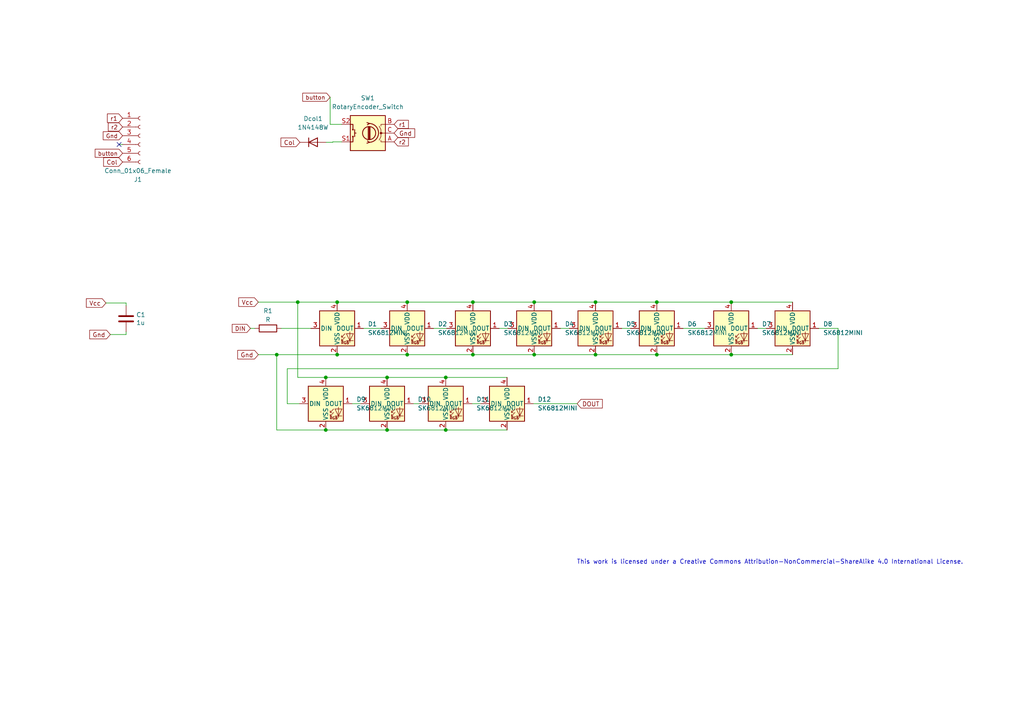
<source format=kicad_sch>
(kicad_sch (version 20230121) (generator eeschema)
  (paper "A4")
  (title_block (title "Charybdis Rotary Encoder") (date "2022-01-26") (rev "1.0") (company "BastardKB") (comment 1 "Licensed under CERN-OHL-W v2"))
  (lib_symbols
    (symbol "Connector:Conn_01x06_Female" (pin_names (offset 1.016) hide)
      (property "Reference" "J" (at 0 7.62 0))
      (property "Value" "Conn_01x06_Female" (at 0 -10.16 0))
      (symbol "Conn_01x06_Female_1_1"
        (arc (start 0 -7.112) (mid -0.5058 -7.62) (end 0 -8.128) (stroke (width 0.1524)))
        (arc (start 0 -4.572) (mid -0.5058 -5.08) (end 0 -5.588) (stroke (width 0.1524)))
        (arc (start 0 -2.032) (mid -0.5058 -2.54) (end 0 -3.048) (stroke (width 0.1524)))
        (polyline (pts (xy -1.27 -7.62) (xy -0.508 -7.62)) (stroke (width 0.1524)))
        (polyline (pts (xy -1.27 -5.08) (xy -0.508 -5.08)) (stroke (width 0.1524)))
        (polyline (pts (xy -1.27 -2.54) (xy -0.508 -2.54)) (stroke (width 0.1524)))
        (polyline (pts (xy -1.27 0) (xy -0.508 0)) (stroke (width 0.1524)))
        (polyline (pts (xy -1.27 2.54) (xy -0.508 2.54)) (stroke (width 0.1524)))
        (polyline (pts (xy -1.27 5.08) (xy -0.508 5.08)) (stroke (width 0.1524)))
        (arc (start 0 0.508) (mid -0.5058 0) (end 0 -0.508) (stroke (width 0.1524)))
        (arc (start 0 3.048) (mid -0.5058 2.54) (end 0 2.032) (stroke (width 0.1524)))
        (arc (start 0 5.588) (mid -0.5058 5.08) (end 0 4.572) (stroke (width 0.1524)))
        (pin passive line (at -5.08 5.08 0) (length 3.81) (name "Pin_1") (number "1"))
        (pin passive line (at -5.08 2.54 0) (length 3.81) (name "Pin_2") (number "2"))
        (pin passive line (at -5.08 0 0) (length 3.81) (name "Pin_3") (number "3"))
        (pin passive line (at -5.08 -2.54 0) (length 3.81) (name "Pin_4") (number "4"))
        (pin passive line (at -5.08 -5.08 0) (length 3.81) (name "Pin_5") (number "5"))
        (pin passive line (at -5.08 -7.62 0) (length 3.81) (name "Pin_6") (number "6"))
      )
    )
    (symbol "Device:C" (pin_numbers hide) (pin_names (offset 0.254))
      (property "Reference" "C" (at 0.635 2.54 0))
      (property "Value" "C" (at 0.635 -2.54 0))
      (symbol "C_0_1"
        (polyline (pts (xy -2.032 -0.762) (xy 2.032 -0.762)) (stroke (width 0.508)))
        (polyline (pts (xy -2.032 0.762) (xy 2.032 0.762)) (stroke (width 0.508)))
      )
      (symbol "C_1_1"
        (pin passive line (at 0 3.81 270) (length 2.794) (name "~") (number "1"))
        (pin passive line (at 0 -3.81 90) (length 2.794) (name "~") (number "2"))
      )
    )
    (symbol "Device:R" (pin_numbers hide) (pin_names (offset 0))
      (property "Reference" "R" (at 2.032 0 90))
      (property "Value" "R" (at 0 0 90))
      (symbol "R_0_1"
        (rectangle (start -1.016 -2.54) (end 1.016 2.54) (stroke (width 0.254)))
      )
      (symbol "R_1_1"
        (pin passive line (at 0 3.81 270) (length 1.27) (name "~") (number "1"))
        (pin passive line (at 0 -3.81 90) (length 1.27) (name "~") (number "2"))
      )
    )
    (symbol "Device:RotaryEncoder_Switch" (pin_names (offset 0.254) hide)
      (property "Reference" "SW" (at 0 6.604 0))
      (property "Value" "RotaryEncoder_Switch" (at 0 -6.604 0))
      (symbol "RotaryEncoder_Switch_0_1"
        (rectangle (start -5.08 5.08) (end 5.08 -5.08) (stroke (width 0.254)) (fill (type background)))
        (circle (center -3.81 0) (radius 0.254) (fill (type outline)))
        (circle (center -0.381 0) (radius 1.905) (stroke (width 0.254)))
        (arc (start -0.381 2.667) (mid -3.0988 -0.0635) (end -0.381 -2.794) (stroke (width 0.254)))
        (polyline (pts (xy -0.635 -1.778) (xy -0.635 1.778)) (stroke (width 0.254)))
        (polyline (pts (xy -0.381 -1.778) (xy -0.381 1.778)) (stroke (width 0.254)))
        (polyline (pts (xy -0.127 1.778) (xy -0.127 -1.778)) (stroke (width 0.254)))
        (polyline (pts (xy 3.81 0) (xy 3.429 0)) (stroke (width 0.254)))
        (polyline (pts (xy 3.81 1.016) (xy 3.81 -1.016)) (stroke (width 0.254)))
        (polyline (pts (xy -5.08 -2.54) (xy -3.81 -2.54) (xy -3.81 -2.032)))
        (polyline (pts (xy -5.08 2.54) (xy -3.81 2.54) (xy -3.81 2.032)))
        (polyline (pts (xy 0.254 -3.048) (xy -0.508 -2.794) (xy 0.127 -2.413)) (stroke (width 0.254)))
        (polyline (pts (xy 0.254 2.921) (xy -0.508 2.667) (xy 0.127 2.286)) (stroke (width 0.254)))
        (polyline (pts (xy 5.08 -2.54) (xy 4.318 -2.54) (xy 4.318 -1.016)) (stroke (width 0.254)))
        (polyline (pts (xy 5.08 2.54) (xy 4.318 2.54) (xy 4.318 1.016)) (stroke (width 0.254)))
        (polyline (pts (xy -5.08 0) (xy -3.81 0) (xy -3.81 -1.016) (xy -3.302 -2.032)))
        (polyline (pts (xy -4.318 0) (xy -3.81 0) (xy -3.81 1.016) (xy -3.302 2.032)))
        (circle (center 4.318 -1.016) (radius 0.127) (stroke (width 0.254)))
        (circle (center 4.318 1.016) (radius 0.127) (stroke (width 0.254)))
      )
      (symbol "RotaryEncoder_Switch_1_1"
        (pin passive line (at -7.62 2.54 0) (length 2.54) (name "A") (number "A"))
        (pin passive line (at -7.62 -2.54 0) (length 2.54) (name "B") (number "B"))
        (pin passive line (at -7.62 0 0) (length 2.54) (name "C") (number "C"))
        (pin passive line (at 7.62 2.54 180) (length 2.54) (name "S1") (number "S1"))
        (pin passive line (at 7.62 -2.54 180) (length 2.54) (name "S2") (number "S2"))
      )
    )
    (symbol "Diode:1N4148W" (pin_numbers hide) (pin_names (offset 1.016) hide)
      (property "Reference" "D" (at 0 2.54 0))
      (property "Value" "1N4148W" (at 0 -2.54 0))
      (symbol "1N4148W_0_1"
        (polyline (pts (xy -1.27 1.27) (xy -1.27 -1.27)) (stroke (width 0.254)))
        (polyline (pts (xy 1.27 0) (xy -1.27 0)))
        (polyline (pts (xy 1.27 1.27) (xy 1.27 -1.27) (xy -1.27 0) (xy 1.27 1.27)) (stroke (width 0.254)))
      )
      (symbol "1N4148W_1_1"
        (pin passive line (at -3.81 0 0) (length 2.54) (name "K") (number "1"))
        (pin passive line (at 3.81 0 180) (length 2.54) (name "A") (number "2"))
      )
    )
    (symbol "LED:SK6812MINI" (pin_names (offset 0.254))
      (property "Reference" "D" (at 5.08 5.715 0))
      (property "Value" "SK6812MINI" (at 1.27 -5.715 0))
      (symbol "SK6812MINI_0_0"
        (text "RGB" (at 2.286 -4.191 0) (effects (font (size 0.762 0.762))))
      )
      (symbol "SK6812MINI_0_1"
        (polyline (pts (xy 1.27 -3.556) (xy 1.778 -3.556)))
        (polyline (pts (xy 1.27 -2.54) (xy 1.778 -2.54)))
        (polyline (pts (xy 4.699 -3.556) (xy 2.667 -3.556)))
        (polyline (pts (xy 2.286 -2.54) (xy 1.27 -3.556) (xy 1.27 -3.048)))
        (polyline (pts (xy 2.286 -1.524) (xy 1.27 -2.54) (xy 1.27 -2.032)))
        (polyline (pts (xy 3.683 -1.016) (xy 3.683 -3.556) (xy 3.683 -4.064)))
        (polyline (pts (xy 4.699 -1.524) (xy 2.667 -1.524) (xy 3.683 -3.556) (xy 4.699 -1.524)))
        (rectangle (start 5.08 5.08) (end -5.08 -5.08) (stroke (width 0.254)) (fill (type background)))
      )
      (symbol "SK6812MINI_1_1"
        (pin output line (at 7.62 0 180) (length 2.54) (name "DOUT") (number "1"))
        (pin power_in line (at 0 -7.62 90) (length 2.54) (name "VSS") (number "2"))
        (pin input line (at -7.62 0 0) (length 2.54) (name "DIN") (number "3"))
        (pin power_in line (at 0 7.62 270) (length 2.54) (name "VDD") (number "4"))
      )
    )
  )
  (junction (at 97.79 102.87))
  (junction (at 172.72 102.87))
  (junction (at 129.286 109.474))
  (junction (at 129.286 124.714))
  (junction (at 80.264 102.87))
  (junction (at 112.268 124.714))
  (junction (at 212.09 87.63))
  (junction (at 154.94 102.87))
  (junction (at 137.16 87.63))
  (junction (at 154.94 87.63))
  (junction (at 112.268 109.474))
  (junction (at 190.5 102.87))
  (junction (at 86.36 87.63))
  (junction (at 190.5 87.63))
  (junction (at 118.11 87.63))
  (junction (at 94.488 109.474))
  (junction (at 137.16 102.87))
  (junction (at 97.79 87.63))
  (junction (at 172.72 87.63))
  (junction (at 212.09 102.87))
  (junction (at 94.488 124.714))
  (junction (at 118.11 102.87))
  (no_connect (at 34.544 41.91))
  (wire (pts (xy 162.56 95.25) (xy 165.1 95.25)))
  (wire (pts (xy 34.544 41.91) (xy 35.56 41.91)))
  (wire (pts (xy 74.93 87.63) (xy 86.36 87.63)))
  (wire (pts (xy 144.78 95.25) (xy 147.32 95.25)))
  (wire (pts (xy 86.36 87.63) (xy 97.79 87.63)))
  (wire (pts (xy 118.11 87.63) (xy 137.16 87.63)))
  (wire (pts (xy 105.41 95.25) (xy 110.49 95.25)))
  (wire (pts (xy 212.09 87.63) (xy 229.87 87.63)))
  (wire (pts (xy 94.615 41.275) (xy 96.52 41.275)))
  (wire (pts (xy 154.94 102.87) (xy 172.72 102.87)))
  (wire (pts (xy 190.5 87.63) (xy 212.09 87.63)))
  (wire (pts (xy 86.868 117.094) (xy 83.312 117.094)))
  (wire (pts (xy 36.576 97.028) (xy 32.004 97.028)))
  (wire (pts (xy 198.12 95.25) (xy 204.47 95.25)))
  (wire (pts (xy 112.268 124.714) (xy 129.286 124.714)))
  (wire (pts (xy 129.286 109.474) (xy 147.066 109.474)))
  (wire (pts (xy 137.16 102.87) (xy 154.94 102.87)))
  (wire (pts (xy 243.078 95.25) (xy 237.49 95.25)))
  (wire (pts (xy 36.576 87.884) (xy 36.576 88.646)))
  (wire (pts (xy 94.488 124.714) (xy 112.268 124.714)))
  (wire (pts (xy 83.312 106.934) (xy 243.078 106.934)))
  (wire (pts (xy 80.264 124.714) (xy 94.488 124.714)))
  (wire (pts (xy 119.888 117.094) (xy 121.666 117.094)))
  (wire (pts (xy 81.534 95.25) (xy 90.17 95.25)))
  (wire (pts (xy 180.34 95.25) (xy 182.88 95.25)))
  (wire (pts (xy 219.71 95.25) (xy 222.25 95.25)))
  (wire (pts (xy 118.11 102.87) (xy 137.16 102.87)))
  (wire (pts (xy 154.686 117.094) (xy 167.386 117.094)))
  (wire (pts (xy 80.264 102.87) (xy 97.79 102.87)))
  (wire (pts (xy 136.906 117.094) (xy 139.446 117.094)))
  (wire (pts (xy 154.94 87.63) (xy 172.72 87.63)))
  (wire (pts (xy 86.36 87.63) (xy 86.36 109.474)))
  (wire (pts (xy 129.286 124.714) (xy 147.066 124.714)))
  (wire (pts (xy 72.644 95.25) (xy 73.914 95.25)))
  (wire (pts (xy 74.93 102.87) (xy 80.264 102.87)))
  (wire (pts (xy 137.16 87.63) (xy 154.94 87.63)))
  (wire (pts (xy 99.06 36.068) (xy 95.758 36.068)))
  (wire (pts (xy 96.52 41.148) (xy 99.06 41.148)))
  (wire (pts (xy 172.72 87.63) (xy 190.5 87.63)))
  (wire (pts (xy 97.79 102.87) (xy 118.11 102.87)))
  (wire (pts (xy 86.36 109.474) (xy 94.488 109.474)))
  (wire (pts (xy 96.52 41.275) (xy 96.52 41.148)))
  (wire (pts (xy 112.268 109.474) (xy 129.286 109.474)))
  (wire (pts (xy 172.72 102.87) (xy 190.5 102.87)))
  (wire (pts (xy 190.5 102.87) (xy 212.09 102.87)))
  (wire (pts (xy 97.79 87.63) (xy 118.11 87.63)))
  (wire (pts (xy 95.758 36.068) (xy 95.758 28.194)))
  (wire (pts (xy 30.734 87.884) (xy 36.576 87.884)))
  (wire (pts (xy 212.09 102.87) (xy 229.87 102.87)))
  (wire (pts (xy 80.264 102.87) (xy 80.264 124.714)))
  (wire (pts (xy 83.312 117.094) (xy 83.312 106.934)))
  (wire (pts (xy 94.488 109.474) (xy 112.268 109.474)))
  (wire (pts (xy 102.108 117.094) (xy 104.648 117.094)))
  (wire (pts (xy 125.73 95.25) (xy 129.54 95.25)))
  (wire (pts (xy 36.576 96.266) (xy 36.576 97.028)))
  (wire (pts (xy 243.078 106.934) (xy 243.078 95.25)))
  (text "This work is licensed under a Creative Commons Attribution-NonCommercial-ShareAlike 4.0 International License." (at 279.4 163.83 0) (effects (font (size 1.27 1.27)) (justify right bottom)))
  (global_label "r2" (shape input) (at 35.56 36.83 180) (effects (font (size 1.1938 1.1938))) (property "Intersheetrefs" "${INTERSHEET_REFS}" (effects hide)))
  (global_label "DOUT" (shape input) (at 167.386 117.094 0) (property "Intersheetrefs" "${INTERSHEET_REFS}" (effects hide)))
  (global_label "Gnd" (shape input) (at 35.56 39.37 180) (effects (font (size 1.1938 1.1938))) (property "Intersheetrefs" "${INTERSHEET_REFS}" (effects hide)))
  (global_label "Col" (shape input) (at 86.995 41.275 180) (property "Intersheetrefs" "${INTERSHEET_REFS}" (effects hide)))
  (global_label "button" (shape input) (at 95.758 28.194 180) (effects (font (size 1.1938 1.1938))) (property "Intersheetrefs" "${INTERSHEET_REFS}" (effects hide)))
  (global_label "Gnd" (shape input) (at 74.93 102.87 180) (property "Intersheetrefs" "${INTERSHEET_REFS}" (effects hide)))
  (global_label "Gnd" (shape input) (at 32.004 97.028 180) (property "Intersheetrefs" "${INTERSHEET_REFS}" (effects hide)))
  (global_label "Col" (shape input) (at 35.56 46.99 180) (property "Intersheetrefs" "${INTERSHEET_REFS}" (effects hide)))
  (global_label "DIN" (shape input) (at 72.644 95.25 180) (effects (font (size 1.1938 1.1938))) (property "Intersheetrefs" "${INTERSHEET_REFS}" (effects hide)))
  (global_label "r2" (shape input) (at 114.3 41.148 0) (effects (font (size 1.1938 1.1938))) (property "Intersheetrefs" "${INTERSHEET_REFS}" (effects hide)))
  (global_label "r1" (shape input) (at 114.3 36.068 0) (effects (font (size 1.1938 1.1938))) (property "Intersheetrefs" "${INTERSHEET_REFS}" (effects hide)))
  (global_label "button" (shape input) (at 35.56 44.45 180) (effects (font (size 1.1938 1.1938))) (property "Intersheetrefs" "${INTERSHEET_REFS}" (effects hide)))
  (global_label "r1" (shape input) (at 35.56 34.29 180) (property "Intersheetrefs" "${INTERSHEET_REFS}" (effects hide)))
  (global_label "Vcc" (shape input) (at 30.734 87.884 180) (property "Intersheetrefs" "${INTERSHEET_REFS}" (effects hide)))
  (global_label "Gnd" (shape input) (at 114.3 38.608 0) (property "Intersheetrefs" "${INTERSHEET_REFS}" (effects hide)))
  (global_label "Vcc" (shape input) (at 74.93 87.63 180) (property "Intersheetrefs" "${INTERSHEET_REFS}" (effects hide)))
  (symbol (lib_id "LED:SK6812MINI") (at 229.87 95.25 0) (unit 1)
    (property "Reference" "D8" (at 238.76 93.98 0) (effects (justify left)))
    (property "Value" "SK6812MINI" (at 238.76 96.52 0) (effects (justify left)))
    (property "Footprint" "Library:YS-SK6812MINI-E" (effects hide))
    (property "Datasheet" "https://cdn-shop.adafruit.com/product-files/2686/SK6812MINI_REV.01-1-2.pdf" (effects hide))
  )
  (symbol (lib_id "LED:SK6812MINI") (at 154.94 95.25 0) (unit 1)
    (property "Reference" "D4" (at 163.83 93.98 0) (effects (justify left)))
    (property "Value" "SK6812MINI" (at 163.83 96.52 0) (effects (justify left)))
    (property "Footprint" "Library:YS-SK6812MINI-E" (effects hide))
    (property "Datasheet" "https://cdn-shop.adafruit.com/product-files/2686/SK6812MINI_REV.01-1-2.pdf" (effects hide))
  )
  (symbol (lib_id "LED:SK6812MINI") (at 190.5 95.25 0) (unit 1)
    (property "Reference" "D6" (at 199.39 93.98 0) (effects (justify left)))
    (property "Value" "SK6812MINI" (at 199.39 96.52 0) (effects (justify left)))
    (property "Footprint" "Library:YS-SK6812MINI-E" (effects hide))
    (property "Datasheet" "https://cdn-shop.adafruit.com/product-files/2686/SK6812MINI_REV.01-1-2.pdf" (effects hide))
  )
  (symbol (lib_id "LED:SK6812MINI") (at 97.79 95.25 0) (unit 1)
    (property "Reference" "D1" (at 106.68 93.98 0) (effects (justify left)))
    (property "Value" "SK6812MINI" (at 106.68 96.52 0) (effects (justify left)))
    (property "Footprint" "Library:YS-SK6812MINI-E" (effects hide))
    (property "Datasheet" "https://cdn-shop.adafruit.com/product-files/2686/SK6812MINI_REV.01-1-2.pdf" (effects hide))
  )
  (symbol (lib_id "Connector:Conn_01x06_Female") (at 40.64 39.37 0) (unit 1)
    (property "Reference" "J1" (at 40.005 52.07 0))
    (property "Value" "Conn_01x06_Female" (at 40.005 49.53 0))
    (property "Footprint" "Library:6_PinHeader" (effects hide))
  )
  (symbol (lib_id "LED:SK6812MINI") (at 112.268 117.094 0) (unit 1)
    (property "Reference" "D10" (at 121.158 115.824 0) (effects (justify left)))
    (property "Value" "SK6812MINI" (at 121.158 118.364 0) (effects (justify left)))
    (property "Footprint" "Library:YS-SK6812MINI-E" (effects hide))
    (property "Datasheet" "https://cdn-shop.adafruit.com/product-files/2686/SK6812MINI_REV.01-1-2.pdf" (effects hide))
  )
  (symbol (lib_id "Device:R") (at 77.724 95.25 270) (unit 1)
    (property "Reference" "R1" (at 77.724 90.17 90))
    (property "Value" "R" (at 77.724 92.71 90))
    (property "Footprint" "Resistor_SMD:R_1206_3216Metric_Pad1.30x1.75mm_HandSolder" (effects hide))
  )
  (symbol (lib_id "Diode:1N4148W") (at 90.805 41.275 0) (unit 1)
    (property "Reference" "Dcol1" (at 90.805 34.417 0))
    (property "Value" "1N4148W" (at 90.805 36.957 0))
    (property "Footprint" "Library:D_1206_3216Metric_Pad1.42x1.75mm_HandSolder" (effects hide))
    (property "Datasheet" "https://www.vishay.com/docs/85748/1n4148w.pdf" (effects hide))
  )
  (symbol (lib_id "LED:SK6812MINI") (at 172.72 95.25 0) (unit 1)
    (property "Reference" "D5" (at 181.61 93.98 0) (effects (justify left)))
    (property "Value" "SK6812MINI" (at 181.61 96.52 0) (effects (justify left)))
    (property "Footprint" "Library:YS-SK6812MINI-E" (effects hide))
    (property "Datasheet" "https://cdn-shop.adafruit.com/product-files/2686/SK6812MINI_REV.01-1-2.pdf" (effects hide))
  )
  (symbol (lib_id "LED:SK6812MINI") (at 147.066 117.094 0) (unit 1)
    (property "Reference" "D12" (at 155.956 115.824 0) (effects (justify left)))
    (property "Value" "SK6812MINI" (at 155.956 118.364 0) (effects (justify left)))
    (property "Footprint" "Library:YS-SK6812MINI-E" (effects hide))
    (property "Datasheet" "https://cdn-shop.adafruit.com/product-files/2686/SK6812MINI_REV.01-1-2.pdf" (effects hide))
  )
  (symbol (lib_id "LED:SK6812MINI") (at 118.11 95.25 0) (unit 1)
    (property "Reference" "D2" (at 127 93.98 0) (effects (justify left)))
    (property "Value" "SK6812MINI" (at 127 96.52 0) (effects (justify left)))
    (property "Footprint" "Library:YS-SK6812MINI-E" (effects hide))
    (property "Datasheet" "https://cdn-shop.adafruit.com/product-files/2686/SK6812MINI_REV.01-1-2.pdf" (effects hide))
  )
  (symbol (lib_id "LED:SK6812MINI") (at 137.16 95.25 0) (unit 1)
    (property "Reference" "D3" (at 146.05 93.98 0) (effects (justify left)))
    (property "Value" "SK6812MINI" (at 146.05 96.52 0) (effects (justify left)))
    (property "Footprint" "Library:YS-SK6812MINI-E" (effects hide))
    (property "Datasheet" "https://cdn-shop.adafruit.com/product-files/2686/SK6812MINI_REV.01-1-2.pdf" (effects hide))
  )
  (symbol (lib_id "LED:SK6812MINI") (at 129.286 117.094 0) (unit 1)
    (property "Reference" "D11" (at 138.176 115.824 0) (effects (justify left)))
    (property "Value" "SK6812MINI" (at 138.176 118.364 0) (effects (justify left)))
    (property "Footprint" "Library:YS-SK6812MINI-E" (effects hide))
    (property "Datasheet" "https://cdn-shop.adafruit.com/product-files/2686/SK6812MINI_REV.01-1-2.pdf" (effects hide))
  )
  (symbol (lib_id "Device:C") (at 36.576 92.456 0) (unit 1)
    (property "Reference" "C1" (at 39.4971 91.3066 0) (effects (justify left)))
    (property "Value" "1u" (at 39.4971 93.6053 0) (effects (justify left)))
    (property "Footprint" "Capacitor_SMD:C_1206_3216Metric_Pad1.33x1.80mm_HandSolder" (effects hide))
  )
  (symbol (lib_id "LED:SK6812MINI") (at 94.488 117.094 0) (unit 1)
    (property "Reference" "D9" (at 103.378 115.824 0) (effects (justify left)))
    (property "Value" "SK6812MINI" (at 103.378 118.364 0) (effects (justify left)))
    (property "Footprint" "Library:YS-SK6812MINI-E" (effects hide))
    (property "Datasheet" "https://cdn-shop.adafruit.com/product-files/2686/SK6812MINI_REV.01-1-2.pdf" (effects hide))
  )
  (symbol (lib_id "Device:RotaryEncoder_Switch") (at 106.68 38.608 180) (unit 1)
    (property "Reference" "SW1" (at 106.68 28.448 0))
    (property "Value" "RotaryEncoder_Switch" (at 106.68 30.988 0))
    (property "Footprint" "Library:RotaryEncoder_Alps_EC11E-Switch_Vertical_H20mm" (effects hide))
  )
  (symbol (lib_id "LED:SK6812MINI") (at 212.09 95.25 0) (unit 1)
    (property "Reference" "D7" (at 220.98 93.98 0) (effects (justify left)))
    (property "Value" "SK6812MINI" (at 220.98 96.52 0) (effects (justify left)))
    (property "Footprint" "Library:YS-SK6812MINI-E" (effects hide))
    (property "Datasheet" "https://cdn-shop.adafruit.com/product-files/2686/SK6812MINI_REV.01-1-2.pdf" (effects hide))
  )
)
</source>
